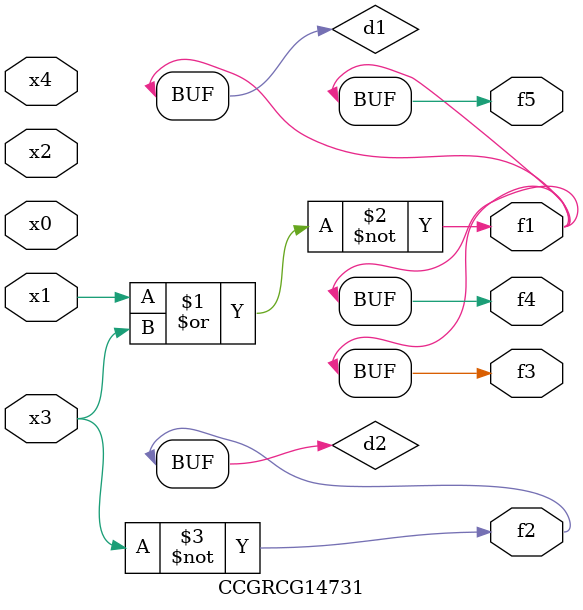
<source format=v>
module CCGRCG14731(
	input x0, x1, x2, x3, x4,
	output f1, f2, f3, f4, f5
);

	wire d1, d2;

	nor (d1, x1, x3);
	not (d2, x3);
	assign f1 = d1;
	assign f2 = d2;
	assign f3 = d1;
	assign f4 = d1;
	assign f5 = d1;
endmodule

</source>
